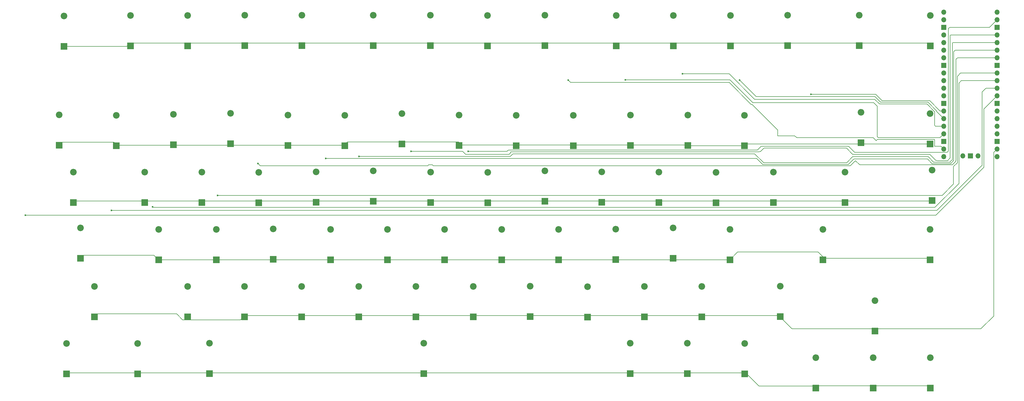
<source format=gbr>
%TF.GenerationSoftware,KiCad,Pcbnew,8.0.7*%
%TF.CreationDate,2025-07-05T17:28:37-07:00*%
%TF.ProjectId,hackpad_v2,6861636b-7061-4645-9f76-322e6b696361,rev?*%
%TF.SameCoordinates,Original*%
%TF.FileFunction,Copper,L1,Top*%
%TF.FilePolarity,Positive*%
%FSLAX46Y46*%
G04 Gerber Fmt 4.6, Leading zero omitted, Abs format (unit mm)*
G04 Created by KiCad (PCBNEW 8.0.7) date 2025-07-05 17:28:37*
%MOMM*%
%LPD*%
G01*
G04 APERTURE LIST*
%TA.AperFunction,ComponentPad*%
%ADD10R,2.200000X2.200000*%
%TD*%
%TA.AperFunction,ComponentPad*%
%ADD11O,2.200000X2.200000*%
%TD*%
%TA.AperFunction,ComponentPad*%
%ADD12O,1.700000X1.700000*%
%TD*%
%TA.AperFunction,ComponentPad*%
%ADD13R,1.700000X1.700000*%
%TD*%
%TA.AperFunction,ViaPad*%
%ADD14C,0.600000*%
%TD*%
%TA.AperFunction,Conductor*%
%ADD15C,0.200000*%
%TD*%
G04 APERTURE END LIST*
D10*
%TO.P,D45,1,K*%
%TO.N,ROW 2*%
X309340000Y-68700000D03*
D11*
%TO.P,D45,2,A*%
%TO.N,Net-(D45-A)*%
X309340000Y-58540000D03*
%TD*%
D10*
%TO.P,D30,1,K*%
%TO.N,ROW 1*%
X308650000Y-49810000D03*
D11*
%TO.P,D30,2,A*%
%TO.N,Net-(D30-A)*%
X308650000Y-39650000D03*
%TD*%
D10*
%TO.P,D21,1,K*%
%TO.N,ROW 1*%
X113430000Y-50420000D03*
D11*
%TO.P,D21,2,A*%
%TO.N,Net-(D21-A)*%
X113430000Y-40260000D03*
%TD*%
D10*
%TO.P,D20,1,K*%
%TO.N,ROW 1*%
X94480000Y-50340000D03*
D11*
%TO.P,D20,2,A*%
%TO.N,Net-(D20-A)*%
X94480000Y-40180000D03*
%TD*%
D10*
%TO.P,D37,1,K*%
%TO.N,ROW 2*%
X142060000Y-69420000D03*
D11*
%TO.P,D37,2,A*%
%TO.N,Net-(D37-A)*%
X142060000Y-59260000D03*
%TD*%
D10*
%TO.P,D8,1,K*%
%TO.N,ROW 0*%
X161030000Y-17040000D03*
D11*
%TO.P,D8,2,A*%
%TO.N,Net-(D8-A)*%
X161030000Y-6880000D03*
%TD*%
D10*
%TO.P,D12,1,K*%
%TO.N,ROW 0*%
X242100000Y-17040000D03*
D11*
%TO.P,D12,2,A*%
%TO.N,Net-(D12-A)*%
X242100000Y-6880000D03*
%TD*%
D10*
%TO.P,D18,1,K*%
%TO.N,ROW 1*%
X56351190Y-50120000D03*
D11*
%TO.P,D18,2,A*%
%TO.N,Net-(D18-A)*%
X56351190Y-39960000D03*
%TD*%
D10*
%TO.P,D80,1,K*%
%TO.N,ROW 5*%
X270530000Y-131380000D03*
D11*
%TO.P,D80,2,A*%
%TO.N,Net-(D80-A)*%
X270530000Y-121220000D03*
%TD*%
D10*
%TO.P,D72,1,K*%
%TO.N,ROW 4*%
X290233690Y-112320000D03*
D11*
%TO.P,D72,2,A*%
%TO.N,Net-(D72-A)*%
X290233690Y-102160000D03*
%TD*%
D10*
%TO.P,D5,1,K*%
%TO.N,ROW 0*%
X99190000Y-17000000D03*
D11*
%TO.P,D5,2,A*%
%TO.N,Net-(D5-A)*%
X99190000Y-6840000D03*
%TD*%
D10*
%TO.P,D40,1,K*%
%TO.N,ROW 2*%
X199141190Y-69340000D03*
D11*
%TO.P,D40,2,A*%
%TO.N,Net-(D40-A)*%
X199141190Y-59180000D03*
%TD*%
D10*
%TO.P,D75,1,K*%
%TO.N,ROW 5*%
X68310000Y-126580000D03*
D11*
%TO.P,D75,2,A*%
%TO.N,Net-(D75-A)*%
X68310000Y-116420000D03*
%TD*%
D10*
%TO.P,D47,1,K*%
%TO.N,ROW 3*%
X51440000Y-88530000D03*
D11*
%TO.P,D47,2,A*%
%TO.N,Net-(D47-A)*%
X51440000Y-78370000D03*
%TD*%
D10*
%TO.P,D55,1,K*%
%TO.N,ROW 3*%
X203830000Y-88480000D03*
D11*
%TO.P,D55,2,A*%
%TO.N,Net-(D55-A)*%
X203830000Y-78320000D03*
%TD*%
D10*
%TO.P,D35,1,K*%
%TO.N,ROW 2*%
X103881190Y-69300000D03*
D11*
%TO.P,D35,2,A*%
%TO.N,Net-(D35-A)*%
X103881190Y-59140000D03*
%TD*%
D10*
%TO.P,D52,1,K*%
%TO.N,ROW 3*%
X146780000Y-88560000D03*
D11*
%TO.P,D52,2,A*%
%TO.N,Net-(D52-A)*%
X146780000Y-78400000D03*
%TD*%
D10*
%TO.P,D2,1,K*%
%TO.N,ROW 0*%
X41980000Y-17070000D03*
D11*
%TO.P,D2,2,A*%
%TO.N,Net-(D2-A)*%
X41980000Y-6910000D03*
%TD*%
D10*
%TO.P,D28,1,K*%
%TO.N,ROW 1*%
X246731190Y-50420000D03*
D11*
%TO.P,D28,2,A*%
%TO.N,Net-(D28-A)*%
X246731190Y-40260000D03*
%TD*%
D10*
%TO.P,D77,1,K*%
%TO.N,ROW 5*%
X208670000Y-126580000D03*
D11*
%TO.P,D77,2,A*%
%TO.N,Net-(D77-A)*%
X208670000Y-116420000D03*
%TD*%
D10*
%TO.P,D29,1,K*%
%TO.N,ROW 1*%
X285560000Y-49380000D03*
D11*
%TO.P,D29,2,A*%
%TO.N,Net-(D29-A)*%
X285560000Y-39220000D03*
%TD*%
D10*
%TO.P,D54,1,K*%
%TO.N,ROW 3*%
X184770000Y-88540000D03*
D11*
%TO.P,D54,2,A*%
%TO.N,Net-(D54-A)*%
X184770000Y-78380000D03*
%TD*%
D10*
%TO.P,D65,1,K*%
%TO.N,ROW 4*%
X137210000Y-107590000D03*
D11*
%TO.P,D65,2,A*%
%TO.N,Net-(D65-A)*%
X137210000Y-97430000D03*
%TD*%
D10*
%TO.P,D46,1,K*%
%TO.N,ROW 3*%
X25301190Y-88030000D03*
D11*
%TO.P,D46,2,A*%
%TO.N,Net-(D46-A)*%
X25301190Y-77870000D03*
%TD*%
D10*
%TO.P,D78,1,K*%
%TO.N,ROW 5*%
X227680000Y-126550000D03*
D11*
%TO.P,D78,2,A*%
%TO.N,Net-(D78-A)*%
X227680000Y-116390000D03*
%TD*%
D10*
%TO.P,D71,1,K*%
%TO.N,ROW 4*%
X258670000Y-107530000D03*
D11*
%TO.P,D71,2,A*%
%TO.N,Net-(D71-A)*%
X258670000Y-97370000D03*
%TD*%
D10*
%TO.P,D36,1,K*%
%TO.N,ROW 2*%
X122920000Y-68960000D03*
D11*
%TO.P,D36,2,A*%
%TO.N,Net-(D36-A)*%
X122920000Y-58800000D03*
%TD*%
D10*
%TO.P,D22,1,K*%
%TO.N,ROW 1*%
X132531190Y-49840000D03*
D11*
%TO.P,D22,2,A*%
%TO.N,Net-(D22-A)*%
X132531190Y-39680000D03*
%TD*%
D10*
%TO.P,D15,1,K*%
%TO.N,ROW 0*%
X308740000Y-17030000D03*
D11*
%TO.P,D15,2,A*%
%TO.N,Net-(D15-A)*%
X308740000Y-6870000D03*
%TD*%
D10*
%TO.P,D11,1,K*%
%TO.N,ROW 0*%
X222990000Y-17030000D03*
D11*
%TO.P,D11,2,A*%
%TO.N,Net-(D11-A)*%
X222990000Y-6870000D03*
%TD*%
D10*
%TO.P,D41,1,K*%
%TO.N,ROW 2*%
X218161190Y-69430000D03*
D11*
%TO.P,D41,2,A*%
%TO.N,Net-(D41-A)*%
X218161190Y-59270000D03*
%TD*%
D10*
%TO.P,D38,1,K*%
%TO.N,ROW 2*%
X161110000Y-69440000D03*
D11*
%TO.P,D38,2,A*%
%TO.N,Net-(D38-A)*%
X161110000Y-59280000D03*
%TD*%
D10*
%TO.P,D19,1,K*%
%TO.N,ROW 1*%
X75381190Y-49770000D03*
D11*
%TO.P,D19,2,A*%
%TO.N,Net-(D19-A)*%
X75381190Y-39610000D03*
%TD*%
D10*
%TO.P,D69,1,K*%
%TO.N,ROW 4*%
X213360000Y-107570000D03*
D11*
%TO.P,D69,2,A*%
%TO.N,Net-(D69-A)*%
X213360000Y-97410000D03*
%TD*%
D10*
%TO.P,D6,1,K*%
%TO.N,ROW 0*%
X122980000Y-16990000D03*
D11*
%TO.P,D6,2,A*%
%TO.N,Net-(D6-A)*%
X122980000Y-6830000D03*
%TD*%
D10*
%TO.P,D63,1,K*%
%TO.N,ROW 4*%
X99110000Y-107540000D03*
D11*
%TO.P,D63,2,A*%
%TO.N,Net-(D63-A)*%
X99110000Y-97380000D03*
%TD*%
D10*
%TO.P,D73,1,K*%
%TO.N,ROW 5*%
X20670000Y-126640000D03*
D11*
%TO.P,D73,2,A*%
%TO.N,Net-(D73-A)*%
X20670000Y-116480000D03*
%TD*%
D10*
%TO.P,D76,1,K*%
%TO.N,ROW 5*%
X139830000Y-126580000D03*
D11*
%TO.P,D76,2,A*%
%TO.N,Net-(D76-A)*%
X139830000Y-116420000D03*
%TD*%
D10*
%TO.P,D17,1,K*%
%TO.N,ROW 1*%
X37290000Y-50450000D03*
D11*
%TO.P,D17,2,A*%
%TO.N,Net-(D17-A)*%
X37290000Y-40290000D03*
%TD*%
D10*
%TO.P,D79,1,K*%
%TO.N,ROW 5*%
X246830000Y-126620000D03*
D11*
%TO.P,D79,2,A*%
%TO.N,Net-(D79-A)*%
X246830000Y-116460000D03*
%TD*%
D10*
%TO.P,D10,1,K*%
%TO.N,ROW 0*%
X203970000Y-17030000D03*
D11*
%TO.P,D10,2,A*%
%TO.N,Net-(D10-A)*%
X203970000Y-6870000D03*
%TD*%
D10*
%TO.P,D32,1,K*%
%TO.N,ROW 2*%
X46760000Y-69400000D03*
D11*
%TO.P,D32,2,A*%
%TO.N,Net-(D32-A)*%
X46760000Y-59240000D03*
%TD*%
D10*
%TO.P,D16,1,K*%
%TO.N,ROW 1*%
X18250000Y-50300000D03*
D11*
%TO.P,D16,2,A*%
%TO.N,Net-(D16-A)*%
X18250000Y-40140000D03*
%TD*%
D10*
%TO.P,D24,1,K*%
%TO.N,ROW 1*%
X170640000Y-50390000D03*
D11*
%TO.P,D24,2,A*%
%TO.N,Net-(D24-A)*%
X170640000Y-40230000D03*
%TD*%
D10*
%TO.P,D48,1,K*%
%TO.N,ROW 3*%
X70600000Y-88500000D03*
D11*
%TO.P,D48,2,A*%
%TO.N,Net-(D48-A)*%
X70600000Y-78340000D03*
%TD*%
D10*
%TO.P,D26,1,K*%
%TO.N,ROW 1*%
X208750000Y-50360000D03*
D11*
%TO.P,D26,2,A*%
%TO.N,Net-(D26-A)*%
X208750000Y-40200000D03*
%TD*%
D10*
%TO.P,D59,1,K*%
%TO.N,ROW 3*%
X308640000Y-88490000D03*
D11*
%TO.P,D59,2,A*%
%TO.N,Net-(D59-A)*%
X308640000Y-78330000D03*
%TD*%
D10*
%TO.P,D9,1,K*%
%TO.N,ROW 0*%
X180200000Y-17000000D03*
D11*
%TO.P,D9,2,A*%
%TO.N,Net-(D9-A)*%
X180200000Y-6840000D03*
%TD*%
D10*
%TO.P,D81,1,K*%
%TO.N,ROW 5*%
X289620000Y-131340000D03*
D11*
%TO.P,D81,2,A*%
%TO.N,Net-(D81-A)*%
X289620000Y-121180000D03*
%TD*%
D10*
%TO.P,D7,1,K*%
%TO.N,ROW 0*%
X142040000Y-16950000D03*
D11*
%TO.P,D7,2,A*%
%TO.N,Net-(D7-A)*%
X142040000Y-6790000D03*
%TD*%
D10*
%TO.P,D33,1,K*%
%TO.N,ROW 2*%
X65820000Y-69430000D03*
D11*
%TO.P,D33,2,A*%
%TO.N,Net-(D33-A)*%
X65820000Y-59270000D03*
%TD*%
D10*
%TO.P,D43,1,K*%
%TO.N,ROW 2*%
X256360000Y-69390000D03*
D11*
%TO.P,D43,2,A*%
%TO.N,Net-(D43-A)*%
X256360000Y-59230000D03*
%TD*%
D10*
%TO.P,D3,1,K*%
%TO.N,ROW 0*%
X61050000Y-17070000D03*
D11*
%TO.P,D3,2,A*%
%TO.N,Net-(D3-A)*%
X61050000Y-6910000D03*
%TD*%
D10*
%TO.P,D57,1,K*%
%TO.N,ROW 3*%
X241911190Y-88520000D03*
D11*
%TO.P,D57,2,A*%
%TO.N,Net-(D57-A)*%
X241911190Y-78360000D03*
%TD*%
D10*
%TO.P,D67,1,K*%
%TO.N,ROW 4*%
X175260000Y-107510000D03*
D11*
%TO.P,D67,2,A*%
%TO.N,Net-(D67-A)*%
X175260000Y-97350000D03*
%TD*%
D10*
%TO.P,D27,1,K*%
%TO.N,ROW 1*%
X227820000Y-50360000D03*
D11*
%TO.P,D27,2,A*%
%TO.N,Net-(D27-A)*%
X227820000Y-40200000D03*
%TD*%
D10*
%TO.P,D82,1,K*%
%TO.N,ROW 5*%
X308720000Y-131400000D03*
D11*
%TO.P,D82,2,A*%
%TO.N,Net-(D82-A)*%
X308720000Y-121240000D03*
%TD*%
D10*
%TO.P,D50,1,K*%
%TO.N,ROW 3*%
X108700000Y-88500000D03*
D11*
%TO.P,D50,2,A*%
%TO.N,Net-(D50-A)*%
X108700000Y-78340000D03*
%TD*%
D10*
%TO.P,D74,1,K*%
%TO.N,ROW 5*%
X44380000Y-126620000D03*
D11*
%TO.P,D74,2,A*%
%TO.N,Net-(D74-A)*%
X44380000Y-116460000D03*
%TD*%
D10*
%TO.P,D70,1,K*%
%TO.N,ROW 4*%
X232470000Y-107540000D03*
D11*
%TO.P,D70,2,A*%
%TO.N,Net-(D70-A)*%
X232470000Y-97380000D03*
%TD*%
D10*
%TO.P,D61,1,K*%
%TO.N,ROW 4*%
X61050000Y-107570000D03*
D11*
%TO.P,D61,2,A*%
%TO.N,Net-(D61-A)*%
X61050000Y-97410000D03*
%TD*%
D10*
%TO.P,D13,1,K*%
%TO.N,ROW 0*%
X261160000Y-17020000D03*
D11*
%TO.P,D13,2,A*%
%TO.N,Net-(D13-A)*%
X261160000Y-6860000D03*
%TD*%
D10*
%TO.P,D42,1,K*%
%TO.N,ROW 2*%
X237280000Y-69450000D03*
D11*
%TO.P,D42,2,A*%
%TO.N,Net-(D42-A)*%
X237280000Y-59290000D03*
%TD*%
D10*
%TO.P,D31,1,K*%
%TO.N,ROW 2*%
X22940000Y-69420000D03*
D11*
%TO.P,D31,2,A*%
%TO.N,Net-(D31-A)*%
X22940000Y-59260000D03*
%TD*%
D10*
%TO.P,D62,1,K*%
%TO.N,ROW 4*%
X80050000Y-107570000D03*
D11*
%TO.P,D62,2,A*%
%TO.N,Net-(D62-A)*%
X80050000Y-97410000D03*
%TD*%
D10*
%TO.P,D66,1,K*%
%TO.N,ROW 4*%
X156280000Y-107570000D03*
D11*
%TO.P,D66,2,A*%
%TO.N,Net-(D66-A)*%
X156280000Y-97410000D03*
%TD*%
D10*
%TO.P,D56,1,K*%
%TO.N,ROW 3*%
X222971190Y-88060000D03*
D11*
%TO.P,D56,2,A*%
%TO.N,Net-(D56-A)*%
X222971190Y-77900000D03*
%TD*%
D10*
%TO.P,D58,1,K*%
%TO.N,ROW 3*%
X272920000Y-88520000D03*
D11*
%TO.P,D58,2,A*%
%TO.N,Net-(D58-A)*%
X272920000Y-78360000D03*
%TD*%
D10*
%TO.P,D44,1,K*%
%TO.N,ROW 2*%
X280230000Y-69370000D03*
D11*
%TO.P,D44,2,A*%
%TO.N,Net-(D44-A)*%
X280230000Y-59210000D03*
%TD*%
D10*
%TO.P,D25,1,K*%
%TO.N,ROW 1*%
X189710000Y-50430000D03*
D11*
%TO.P,D25,2,A*%
%TO.N,Net-(D25-A)*%
X189710000Y-40270000D03*
%TD*%
D10*
%TO.P,D14,1,K*%
%TO.N,ROW 0*%
X284970000Y-17000000D03*
D11*
%TO.P,D14,2,A*%
%TO.N,Net-(D14-A)*%
X284970000Y-6840000D03*
%TD*%
D10*
%TO.P,D34,1,K*%
%TO.N,ROW 2*%
X84790000Y-69440000D03*
D11*
%TO.P,D34,2,A*%
%TO.N,Net-(D34-A)*%
X84790000Y-59280000D03*
%TD*%
D10*
%TO.P,D49,1,K*%
%TO.N,ROW 3*%
X89580000Y-88350000D03*
D11*
%TO.P,D49,2,A*%
%TO.N,Net-(D49-A)*%
X89580000Y-78190000D03*
%TD*%
D10*
%TO.P,D1,1,K*%
%TO.N,ROW 0*%
X19806190Y-17200000D03*
D11*
%TO.P,D1,2,A*%
%TO.N,Net-(D1-A)*%
X19806190Y-7040000D03*
%TD*%
D10*
%TO.P,D64,1,K*%
%TO.N,ROW 4*%
X118130000Y-107550000D03*
D11*
%TO.P,D64,2,A*%
%TO.N,Net-(D64-A)*%
X118130000Y-97390000D03*
%TD*%
D10*
%TO.P,D68,1,K*%
%TO.N,ROW 4*%
X194400000Y-107650000D03*
D11*
%TO.P,D68,2,A*%
%TO.N,Net-(D68-A)*%
X194400000Y-97490000D03*
%TD*%
D12*
%TO.P,U1,1,GPIO0*%
%TO.N,unconnected-(U1-GPIO0-Pad1)*%
X330991190Y-5800000D03*
%TO.P,U1,2,GPIO1*%
%TO.N,COLUMN 8*%
X330991190Y-8340000D03*
D13*
%TO.P,U1,3,GND*%
%TO.N,unconnected-(U1-GND-Pad3)*%
X330991190Y-10880000D03*
D12*
%TO.P,U1,4,GPIO2*%
%TO.N,COLUMN 7*%
X330991190Y-13420000D03*
%TO.P,U1,5,GPIO3*%
%TO.N,COLUMN 6*%
X330991190Y-15960000D03*
%TO.P,U1,6,GPIO4*%
%TO.N,COLUMN 5*%
X330991190Y-18500000D03*
%TO.P,U1,7,GPIO5*%
%TO.N,COLUMN 4*%
X330991190Y-21040000D03*
D13*
%TO.P,U1,8,GND*%
%TO.N,unconnected-(U1-GND-Pad8)_1*%
X330991190Y-23580000D03*
D12*
%TO.P,U1,9,GPIO6*%
%TO.N,COLUMN 3*%
X330991190Y-26120000D03*
%TO.P,U1,10,GPIO7*%
%TO.N,COLUMN 2*%
X330991190Y-28660000D03*
%TO.P,U1,11,GPIO8*%
%TO.N,COLUMN 1*%
X330991190Y-31200000D03*
%TO.P,U1,12,GPIO9*%
%TO.N,COLUMN 0*%
X330991190Y-33740000D03*
D13*
%TO.P,U1,13,GND*%
%TO.N,unconnected-(U1-GND-Pad13)_1*%
X330991190Y-36280000D03*
D12*
%TO.P,U1,14,GPIO10*%
%TO.N,ROW 0*%
X330991190Y-38820000D03*
%TO.P,U1,15,GPIO11*%
%TO.N,ROW 1*%
X330991190Y-41360000D03*
%TO.P,U1,16,GPIO12*%
%TO.N,ROW 2*%
X330991190Y-43900000D03*
%TO.P,U1,17,GPIO13*%
%TO.N,ROW 3*%
X330991190Y-46440000D03*
D13*
%TO.P,U1,18,GND*%
%TO.N,unconnected-(U1-GND-Pad18)*%
X330991190Y-48980000D03*
D12*
%TO.P,U1,19,GPIO14*%
%TO.N,ROW 4*%
X330991190Y-51520000D03*
%TO.P,U1,20,GPIO15*%
%TO.N,ROW 5*%
X330991190Y-54060000D03*
%TO.P,U1,21,GPIO16*%
%TO.N,unconnected-(U1-GPIO16-Pad21)_1*%
X313211190Y-54060000D03*
%TO.P,U1,22,GPIO17*%
%TO.N,COLUMN 9*%
X313211190Y-51520000D03*
D13*
%TO.P,U1,23,GND*%
%TO.N,unconnected-(U1-GND-Pad23)*%
X313211190Y-48980000D03*
D12*
%TO.P,U1,24,GPIO18*%
%TO.N,COLUMN 10*%
X313211190Y-46440000D03*
%TO.P,U1,25,GPIO19*%
%TO.N,COLUMN 11*%
X313211190Y-43900000D03*
%TO.P,U1,26,GPIO20*%
%TO.N,COLUMN 12*%
X313211190Y-41360000D03*
%TO.P,U1,27,GPIO21*%
%TO.N,COLUMN 13*%
X313211190Y-38820000D03*
D13*
%TO.P,U1,28,GND*%
%TO.N,unconnected-(U1-GND-Pad28)*%
X313211190Y-36280000D03*
D12*
%TO.P,U1,29,GPIO22*%
%TO.N,COLUMN 14*%
X313211190Y-33740000D03*
%TO.P,U1,30,RUN*%
%TO.N,unconnected-(U1-RUN-Pad30)_1*%
X313211190Y-31200000D03*
%TO.P,U1,31,GPIO26_ADC0*%
%TO.N,unconnected-(U1-GPIO26_ADC0-Pad31)*%
X313211190Y-28660000D03*
%TO.P,U1,32,GPIO27_ADC1*%
%TO.N,unconnected-(U1-GPIO27_ADC1-Pad32)*%
X313211190Y-26120000D03*
D13*
%TO.P,U1,33,AGND*%
%TO.N,unconnected-(U1-AGND-Pad33)*%
X313211190Y-23580000D03*
D12*
%TO.P,U1,34,GPIO28_ADC2*%
%TO.N,unconnected-(U1-GPIO28_ADC2-Pad34)*%
X313211190Y-21040000D03*
%TO.P,U1,35,ADC_VREF*%
%TO.N,unconnected-(U1-ADC_VREF-Pad35)*%
X313211190Y-18500000D03*
%TO.P,U1,36,3V3*%
%TO.N,unconnected-(U1-3V3-Pad36)*%
X313211190Y-15960000D03*
%TO.P,U1,37,3V3_EN*%
%TO.N,unconnected-(U1-3V3_EN-Pad37)_1*%
X313211190Y-13420000D03*
D13*
%TO.P,U1,38,GND*%
%TO.N,unconnected-(U1-GND-Pad38)_1*%
X313211190Y-10880000D03*
D12*
%TO.P,U1,39,VSYS*%
%TO.N,unconnected-(U1-VSYS-Pad39)_1*%
X313211190Y-8340000D03*
%TO.P,U1,40,VBUS*%
%TO.N,unconnected-(U1-VBUS-Pad40)*%
X313211190Y-5800000D03*
%TO.P,U1,41,SWCLK*%
%TO.N,unconnected-(U1-SWCLK-Pad41)_1*%
X324641190Y-53830000D03*
D13*
%TO.P,U1,42,GND*%
%TO.N,unconnected-(U1-GND-Pad42)_1*%
X322101190Y-53830000D03*
D12*
%TO.P,U1,43,SWDIO*%
%TO.N,unconnected-(U1-SWDIO-Pad43)*%
X319561190Y-53830000D03*
%TD*%
D10*
%TO.P,D4,1,K*%
%TO.N,ROW 0*%
X80130000Y-17000000D03*
D11*
%TO.P,D4,2,A*%
%TO.N,Net-(D4-A)*%
X80130000Y-6840000D03*
%TD*%
D10*
%TO.P,D53,1,K*%
%TO.N,ROW 3*%
X165790000Y-88540000D03*
D11*
%TO.P,D53,2,A*%
%TO.N,Net-(D53-A)*%
X165790000Y-78380000D03*
%TD*%
D10*
%TO.P,D23,1,K*%
%TO.N,ROW 1*%
X151580000Y-50380000D03*
D11*
%TO.P,D23,2,A*%
%TO.N,Net-(D23-A)*%
X151580000Y-40220000D03*
%TD*%
D10*
%TO.P,D51,1,K*%
%TO.N,ROW 3*%
X127690000Y-88550000D03*
D11*
%TO.P,D51,2,A*%
%TO.N,Net-(D51-A)*%
X127690000Y-78390000D03*
%TD*%
D10*
%TO.P,D39,1,K*%
%TO.N,ROW 2*%
X180190000Y-68960000D03*
D11*
%TO.P,D39,2,A*%
%TO.N,Net-(D39-A)*%
X180190000Y-58800000D03*
%TD*%
D10*
%TO.P,D60,1,K*%
%TO.N,ROW 4*%
X30020000Y-107560000D03*
D11*
%TO.P,D60,2,A*%
%TO.N,Net-(D60-A)*%
X30020000Y-97400000D03*
%TD*%
D14*
%TO.N,COLUMN 1*%
X35641190Y-72000000D03*
%TO.N,COLUMN 2*%
X49341190Y-70800000D03*
%TO.N,COLUMN 3*%
X71041190Y-67000000D03*
%TO.N,COLUMN 4*%
X84491190Y-56350000D03*
%TO.N,COLUMN 5*%
X107141190Y-54700000D03*
%TO.N,COLUMN 6*%
X118241190Y-54000000D03*
%TO.N,COLUMN 7*%
X135581190Y-52285000D03*
%TO.N,COLUMN 8*%
X154631190Y-52285000D03*
%TO.N,COLUMN 9*%
X187946190Y-28495000D03*
%TO.N,COLUMN 10*%
X206996190Y-28400000D03*
%TO.N,COLUMN 11*%
X226046190Y-26395000D03*
%TO.N,COLUMN 12*%
X245096190Y-28495000D03*
%TO.N,COLUMN 13*%
X268911190Y-33255000D03*
%TO.N,COLUMN 0*%
X6923690Y-73600000D03*
%TD*%
D15*
%TO.N,COLUMN 1*%
X325941190Y-32500000D02*
X327241190Y-31200000D01*
X325940000Y-57000000D02*
X325941190Y-57000000D01*
X310940000Y-72000000D02*
X325940000Y-57000000D01*
X35641190Y-72000000D02*
X310940000Y-72000000D01*
X327241190Y-31200000D02*
X330991190Y-31200000D01*
X325941190Y-57000000D02*
X325941190Y-32500000D01*
%TO.N,ROW 1*%
X19860000Y-49240000D02*
X19310000Y-49240000D01*
X228081190Y-50190000D02*
X152431190Y-50190000D01*
X19310000Y-49240000D02*
X18250000Y-50300000D01*
X228311190Y-50420000D02*
X228081190Y-50190000D01*
X36541190Y-49240000D02*
X19860000Y-49240000D01*
X307781190Y-49810000D02*
X247341190Y-49810000D01*
X152431190Y-50190000D02*
X151381190Y-49140000D01*
X151381190Y-49140000D02*
X114291190Y-49140000D01*
X113161190Y-50270000D02*
X37571190Y-50270000D01*
X246731190Y-50420000D02*
X228311190Y-50420000D01*
X37571190Y-50270000D02*
X36541190Y-49240000D01*
X247341190Y-49810000D02*
X246731190Y-50420000D01*
X114291190Y-49140000D02*
X113161190Y-50270000D01*
%TO.N,COLUMN 2*%
X49341190Y-70800000D02*
X49561190Y-71020000D01*
X318241190Y-63008810D02*
X318241190Y-29500000D01*
X310230000Y-71020000D02*
X318241190Y-63008810D01*
X319081190Y-28660000D02*
X330991190Y-28660000D01*
X318241190Y-29500000D02*
X319081190Y-28660000D01*
X49561190Y-71020000D02*
X310230000Y-71020000D01*
%TO.N,COLUMN 3*%
X318821190Y-26120000D02*
X330991190Y-26120000D01*
X316441190Y-57400000D02*
X317741190Y-56100000D01*
X317741190Y-56100000D02*
X317741190Y-27200000D01*
X317741190Y-27200000D02*
X318821190Y-26120000D01*
X71041190Y-67000000D02*
X312660000Y-67000000D01*
X316441190Y-63218810D02*
X316441190Y-57400000D01*
X312660000Y-67000000D02*
X316441190Y-63218810D01*
%TO.N,COLUMN 4*%
X142940000Y-57080000D02*
X142940000Y-57100000D01*
X142940000Y-57100000D02*
X282041190Y-57100000D01*
X316041190Y-56800000D02*
X317141190Y-55700000D01*
X141430000Y-56800000D02*
X141430000Y-56790000D01*
X285141190Y-56800000D02*
X316041190Y-56800000D01*
X317801190Y-21040000D02*
X330991190Y-21040000D01*
X142650000Y-56790000D02*
X142940000Y-57080000D01*
X141130000Y-57100000D02*
X141430000Y-56800000D01*
X141430000Y-56790000D02*
X142650000Y-56790000D01*
X283741190Y-55400000D02*
X285141190Y-56800000D01*
X317241190Y-21600000D02*
X317801190Y-21040000D01*
X317141190Y-55700000D02*
X317141190Y-55400000D01*
X317141190Y-55400000D02*
X317241190Y-55300000D01*
X282041190Y-57100000D02*
X283741190Y-55400000D01*
X317241190Y-55300000D02*
X317241190Y-21600000D01*
X85241190Y-57100000D02*
X141130000Y-57100000D01*
X84491190Y-56350000D02*
X85241190Y-57100000D01*
%TO.N,COLUMN 5*%
X316541190Y-19000000D02*
X317041190Y-18500000D01*
X315506875Y-56400000D02*
X316541190Y-55365685D01*
X281341190Y-56700000D02*
X283241190Y-54800000D01*
X283241190Y-54800000D02*
X307741190Y-54800000D01*
X317041190Y-18500000D02*
X330991190Y-18500000D01*
X316541190Y-55365685D02*
X316541190Y-19000000D01*
X107141190Y-54700000D02*
X250841190Y-54700000D01*
X252841190Y-56700000D02*
X281341190Y-56700000D01*
X309341190Y-56400000D02*
X315506875Y-56400000D01*
X250841190Y-54700000D02*
X252841190Y-56700000D01*
X307741190Y-54800000D02*
X309341190Y-56400000D01*
%TO.N,COLUMN 6*%
X316181190Y-15960000D02*
X330991190Y-15960000D01*
X309841190Y-55900000D02*
X315441190Y-55900000D01*
X118241190Y-54000000D02*
X168641190Y-54000000D01*
X316041190Y-16100000D02*
X316181190Y-15960000D01*
X316041190Y-55100000D02*
X316041190Y-16100000D01*
X169541190Y-53100000D02*
X250141190Y-53100000D01*
X168641190Y-54000000D02*
X169541190Y-53100000D01*
X253141190Y-56100000D02*
X280841190Y-56100000D01*
X282841190Y-54100000D02*
X308041190Y-54100000D01*
X250141190Y-53100000D02*
X253141190Y-56100000D01*
X308041190Y-54100000D02*
X309841190Y-55900000D01*
X315441190Y-55700000D02*
X316041190Y-55100000D01*
X315441190Y-55900000D02*
X315441190Y-55700000D01*
X280841190Y-56100000D02*
X282841190Y-54100000D01*
%TO.N,COLUMN 7*%
X251641190Y-52500000D02*
X251741190Y-52400000D01*
X315341190Y-54500000D02*
X315341190Y-13600000D01*
X311041190Y-55400000D02*
X314441190Y-55400000D01*
X310541190Y-55300000D02*
X310941190Y-55300000D01*
X315341190Y-13600000D02*
X315521190Y-13420000D01*
X310941190Y-55300000D02*
X311041190Y-55400000D01*
X282841190Y-53300000D02*
X308541190Y-53300000D01*
X168741190Y-52500000D02*
X251641190Y-52500000D01*
X152726190Y-52285000D02*
X153741190Y-53300000D01*
X252041190Y-52400000D02*
X253241190Y-51200000D01*
X253241190Y-51200000D02*
X280741190Y-51200000D01*
X153741190Y-53300000D02*
X168241190Y-53300000D01*
X168741190Y-52800000D02*
X168741190Y-52500000D01*
X251741190Y-52400000D02*
X252041190Y-52400000D01*
X135581190Y-52285000D02*
X152726190Y-52285000D01*
X168241190Y-53300000D02*
X168741190Y-52800000D01*
X314441190Y-55400000D02*
X315341190Y-54500000D01*
X315521190Y-13420000D02*
X330991190Y-13420000D01*
X280741190Y-51200000D02*
X282841190Y-53300000D01*
X308541190Y-53300000D02*
X310541190Y-55300000D01*
%TO.N,COLUMN 8*%
X315161190Y-10880000D02*
X328451190Y-10880000D01*
X251071190Y-51870000D02*
X252341190Y-50600000D01*
X167556190Y-52285000D02*
X167971190Y-51870000D01*
X154631190Y-52285000D02*
X167556190Y-52285000D01*
X314271190Y-52670000D02*
X314741190Y-52200000D01*
X283511190Y-52670000D02*
X314271190Y-52670000D01*
X167971190Y-51870000D02*
X251071190Y-51870000D01*
X252341190Y-50600000D02*
X281441190Y-50600000D01*
X281441190Y-50600000D02*
X283511190Y-52670000D01*
X328451190Y-10880000D02*
X330991190Y-8340000D01*
X314741190Y-52200000D02*
X314741190Y-11300000D01*
X314741190Y-11300000D02*
X315161190Y-10880000D01*
%TO.N,COLUMN 9*%
X263541190Y-47100000D02*
X264151190Y-47710000D01*
X290641190Y-48700000D02*
X291021190Y-48320000D01*
X257841190Y-45200000D02*
X257841190Y-47100000D01*
X188751190Y-29300000D02*
X241641190Y-29300000D01*
X312291190Y-50600000D02*
X313211190Y-51520000D01*
X249241190Y-36600000D02*
X257841190Y-45200000D01*
X289651190Y-47710000D02*
X290641190Y-48700000D01*
X310160000Y-48350000D02*
X310160000Y-50600000D01*
X310130000Y-48320000D02*
X310160000Y-48350000D01*
X248941190Y-36600000D02*
X249241190Y-36600000D01*
X310160000Y-50600000D02*
X312291190Y-50600000D01*
X264151190Y-47710000D02*
X289651190Y-47710000D01*
X257841190Y-47100000D02*
X263541190Y-47100000D01*
X291021190Y-48320000D02*
X310130000Y-48320000D01*
X187946190Y-28495000D02*
X188751190Y-29300000D01*
X241641190Y-29300000D02*
X248941190Y-36600000D01*
%TO.N,COLUMN 10*%
X289841190Y-36000000D02*
X291041190Y-37200000D01*
X311951190Y-47700000D02*
X313211190Y-46440000D01*
X291341190Y-47700000D02*
X311951190Y-47700000D01*
X241941190Y-28400000D02*
X249541190Y-36000000D01*
X291041190Y-47400000D02*
X291341190Y-47700000D01*
X249541190Y-36000000D02*
X289841190Y-36000000D01*
X291041190Y-37200000D02*
X291041190Y-47400000D01*
X206996190Y-28400000D02*
X241941190Y-28400000D01*
%TO.N,COLUMN 11*%
X241636190Y-26395000D02*
X250141190Y-34900000D01*
X310441190Y-43900000D02*
X313211190Y-43900000D01*
X310141190Y-43600000D02*
X310441190Y-43900000D01*
X226046190Y-26395000D02*
X241636190Y-26395000D01*
X307580000Y-36500000D02*
X310141190Y-39061190D01*
X290141190Y-34900000D02*
X291741190Y-36500000D01*
X310141190Y-39061190D02*
X310141190Y-43600000D01*
X291741190Y-36500000D02*
X307580000Y-36500000D01*
X250141190Y-34900000D02*
X290141190Y-34900000D01*
%TO.N,COLUMN 12*%
X310850000Y-38790000D02*
X310850000Y-38998810D01*
X245096190Y-28495000D02*
X250601190Y-34000000D01*
X310850000Y-38998810D02*
X313211190Y-41360000D01*
X307960000Y-35900000D02*
X310850000Y-38790000D01*
X292141190Y-35900000D02*
X307960000Y-35900000D01*
X290241190Y-34000000D02*
X292141190Y-35900000D01*
X250601190Y-34000000D02*
X290241190Y-34000000D01*
%TO.N,COLUMN 13*%
X268911190Y-33255000D02*
X290496190Y-33255000D01*
X290496190Y-33255000D02*
X292641190Y-35400000D01*
X292641190Y-35400000D02*
X308541190Y-35400000D01*
X308541190Y-35400000D02*
X311961190Y-38820000D01*
X311961190Y-38820000D02*
X313211190Y-38820000D01*
%TO.N,COLUMN 0*%
X326541190Y-38190000D02*
X330991190Y-33740000D01*
X326541190Y-57618810D02*
X326541190Y-38190000D01*
X310560000Y-73600000D02*
X326541190Y-57618810D01*
X6923690Y-73600000D02*
X310560000Y-73600000D01*
%TO.N,ROW 2*%
X309180000Y-68860000D02*
X309340000Y-68700000D01*
X22661190Y-68860000D02*
X309180000Y-68860000D01*
%TO.N,ROW 3*%
X273421190Y-88060000D02*
X308210000Y-88060000D01*
X241911190Y-88520000D02*
X51333690Y-88520000D01*
X271301190Y-85940000D02*
X273421190Y-88060000D01*
X51333690Y-88520000D02*
X49833690Y-87020000D01*
X49833690Y-87020000D02*
X26311190Y-87020000D01*
X308210000Y-88060000D02*
X308640000Y-88490000D01*
X26311190Y-87020000D02*
X25301190Y-88030000D01*
X244491190Y-85940000D02*
X271301190Y-85940000D01*
X241911190Y-88520000D02*
X244491190Y-85940000D01*
%TO.N,ROW 4*%
X329841190Y-52670000D02*
X330991190Y-51520000D01*
X29231190Y-106600000D02*
X57386190Y-106600000D01*
X57386190Y-106600000D02*
X59376190Y-108590000D01*
X288131190Y-111560000D02*
X325581190Y-111560000D01*
X59376190Y-108590000D02*
X78681190Y-108590000D01*
X329841190Y-107300000D02*
X329841190Y-52670000D01*
X325581190Y-111560000D02*
X329841190Y-107300000D01*
X80121190Y-107150000D02*
X257511190Y-107150000D01*
X78681190Y-108590000D02*
X80121190Y-107150000D01*
X262581190Y-111560000D02*
X288131190Y-111560000D01*
X257841190Y-106820000D02*
X262581190Y-111560000D01*
X257511190Y-107150000D02*
X257841190Y-106820000D01*
%TO.N,ROW 5*%
X246851190Y-125980000D02*
X246511190Y-126320000D01*
X270271190Y-130650000D02*
X270191190Y-130730000D01*
X251601190Y-130730000D02*
X246851190Y-125980000D01*
X246511190Y-126320000D02*
X20670000Y-126320000D01*
X270191190Y-130730000D02*
X251601190Y-130730000D01*
X308611190Y-130650000D02*
X270271190Y-130650000D01*
%TO.N,ROW 0*%
X308181190Y-16160000D02*
X308521190Y-16500000D01*
X19806190Y-17200000D02*
X40751190Y-17200000D01*
X41791190Y-16160000D02*
X308181190Y-16160000D01*
X40751190Y-17200000D02*
X41791190Y-16160000D01*
%TD*%
M02*

</source>
